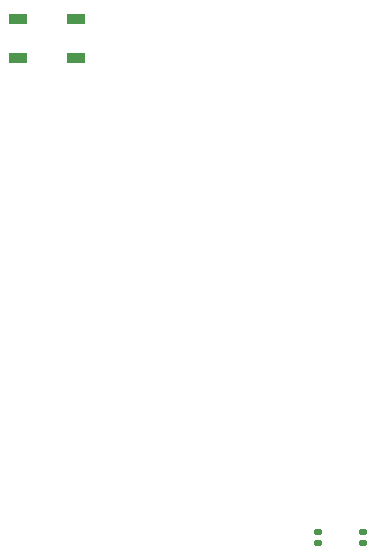
<source format=gbr>
%TF.GenerationSoftware,KiCad,Pcbnew,7.0.6*%
%TF.CreationDate,2024-03-18T22:30:39-04:00*%
%TF.ProjectId,Transmitter,5472616e-736d-4697-9474-65722e6b6963,rev?*%
%TF.SameCoordinates,Original*%
%TF.FileFunction,Paste,Bot*%
%TF.FilePolarity,Positive*%
%FSLAX46Y46*%
G04 Gerber Fmt 4.6, Leading zero omitted, Abs format (unit mm)*
G04 Created by KiCad (PCBNEW 7.0.6) date 2024-03-18 22:30:39*
%MOMM*%
%LPD*%
G01*
G04 APERTURE LIST*
G04 Aperture macros list*
%AMRoundRect*
0 Rectangle with rounded corners*
0 $1 Rounding radius*
0 $2 $3 $4 $5 $6 $7 $8 $9 X,Y pos of 4 corners*
0 Add a 4 corners polygon primitive as box body*
4,1,4,$2,$3,$4,$5,$6,$7,$8,$9,$2,$3,0*
0 Add four circle primitives for the rounded corners*
1,1,$1+$1,$2,$3*
1,1,$1+$1,$4,$5*
1,1,$1+$1,$6,$7*
1,1,$1+$1,$8,$9*
0 Add four rect primitives between the rounded corners*
20,1,$1+$1,$2,$3,$4,$5,0*
20,1,$1+$1,$4,$5,$6,$7,0*
20,1,$1+$1,$6,$7,$8,$9,0*
20,1,$1+$1,$8,$9,$2,$3,0*%
G04 Aperture macros list end*
%ADD10RoundRect,0.140000X-0.170000X0.140000X-0.170000X-0.140000X0.170000X-0.140000X0.170000X0.140000X0*%
%ADD11RoundRect,0.140000X0.170000X-0.140000X0.170000X0.140000X-0.170000X0.140000X-0.170000X-0.140000X0*%
%ADD12R,1.500000X0.900000*%
G04 APERTURE END LIST*
D10*
%TO.C,C5*%
X176800000Y-101820000D03*
X176800000Y-102780000D03*
%TD*%
D11*
%TO.C,C4*%
X173000000Y-102780000D03*
X173000000Y-101820000D03*
%TD*%
D12*
%TO.C,D5*%
X152450000Y-58350000D03*
X152450000Y-61650000D03*
X147550000Y-61650000D03*
X147550000Y-58350000D03*
%TD*%
M02*

</source>
